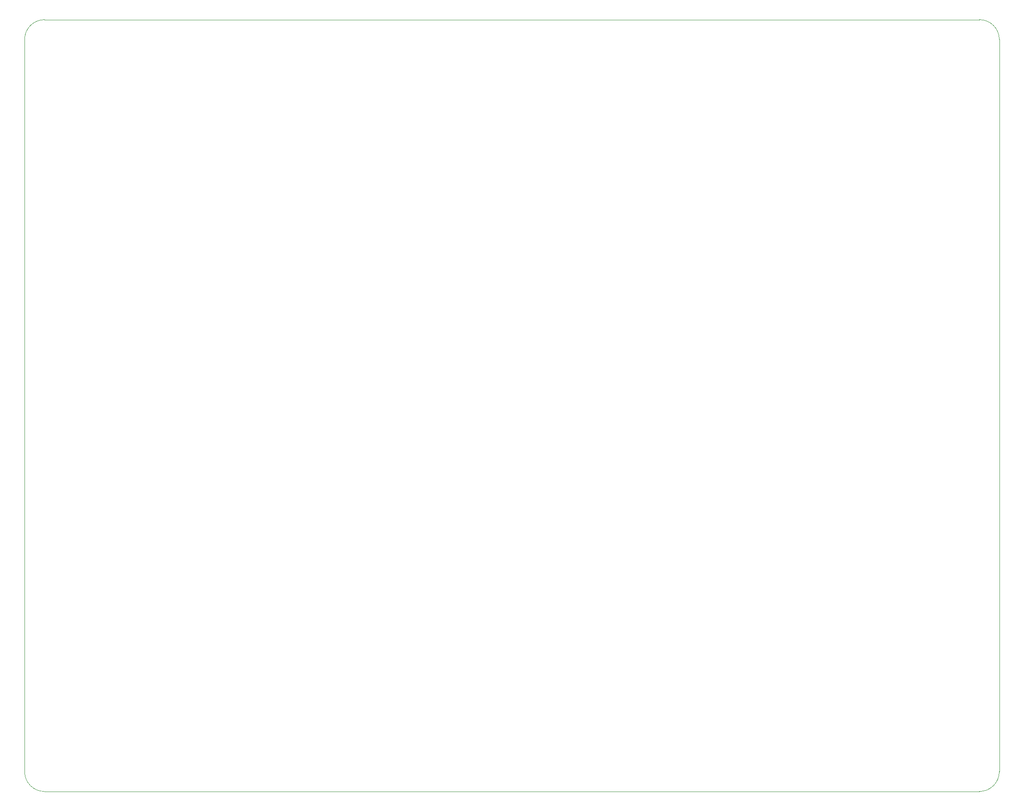
<source format=gbr>
%TF.GenerationSoftware,KiCad,Pcbnew,(6.0.5)*%
%TF.CreationDate,2022-06-07T17:53:48-07:00*%
%TF.ProjectId,sdvx-pcb,73647678-2d70-4636-922e-6b696361645f,rev?*%
%TF.SameCoordinates,Original*%
%TF.FileFunction,Profile,NP*%
%FSLAX46Y46*%
G04 Gerber Fmt 4.6, Leading zero omitted, Abs format (unit mm)*
G04 Created by KiCad (PCBNEW (6.0.5)) date 2022-06-07 17:53:48*
%MOMM*%
%LPD*%
G01*
G04 APERTURE LIST*
%TA.AperFunction,Profile*%
%ADD10C,0.100000*%
%TD*%
G04 APERTURE END LIST*
D10*
X246062500Y-160337500D02*
X246062500Y-13493750D01*
X54768750Y-164306250D02*
X242093750Y-164306250D01*
X50800000Y-13493750D02*
X50800000Y-160337500D01*
X242093750Y-9525000D02*
X54768750Y-9525000D01*
X246062500Y-13493750D02*
G75*
G03*
X242093750Y-9525000I-3968750J0D01*
G01*
X242093750Y-164306250D02*
G75*
G03*
X246062500Y-160337500I0J3968750D01*
G01*
X50800000Y-160337500D02*
G75*
G03*
X54768750Y-164306250I3968750J0D01*
G01*
X54768750Y-9525000D02*
G75*
G03*
X50800000Y-13493750I0J-3968750D01*
G01*
M02*

</source>
